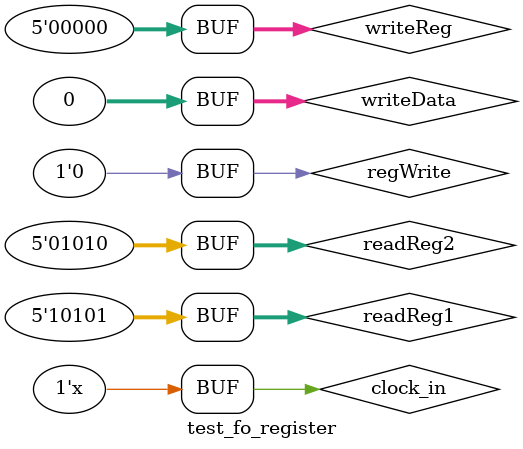
<source format=v>
`timescale 1ns / 1ps


module test_fo_register;

	// Inputs
	reg clock_in;
	reg [25:21] readReg1;
	reg [20:16] readReg2;
	reg [4:0] writeReg;
	reg [31:0] writeData;
	reg regWrite;

	// Outputs
	wire [31:0] readData1;
	wire [31:0] readData2;

	// Instantiate the Unit Under Test (UUT)
	register uut (
		.clock_in(clock_in), 
		.readReg1(readReg1), 
		.readReg2(readReg2), 
		.writeReg(writeReg), 
		.writeData(writeData), 
		.regWrite(regWrite), 
		.readData1(readData1), 
		.readData2(readData2)
	);
   always #100 clock_in = ~clock_in;
	initial begin
		// Initialize Inputs
		clock_in = 0;
		readReg1 = 0;
		readReg2 = 0;
		writeReg = 0;
		writeData = 0;
		regWrite = 0;

		// Wait 100 ns for global reset to finish
		
		#100 clock_in = 0;
        
		#185;
		regWrite = 1'b1;
		writeReg = 5'b10101;
		writeData = 32'b11111111111111110000000000000000;
		
		#200;
		writeReg = 5'b01010;
		writeData = 32'b00000000000000001111111111111111;
		
		#200;
		regWrite = 1'b0;
		writeReg = 5'b00000;
		writeData = 32'b00000000000000000000000000000000;
		
		#50;
		readReg1 = 5'b10101;
		readReg2 = 5'b01010;

	end
      
endmodule


</source>
